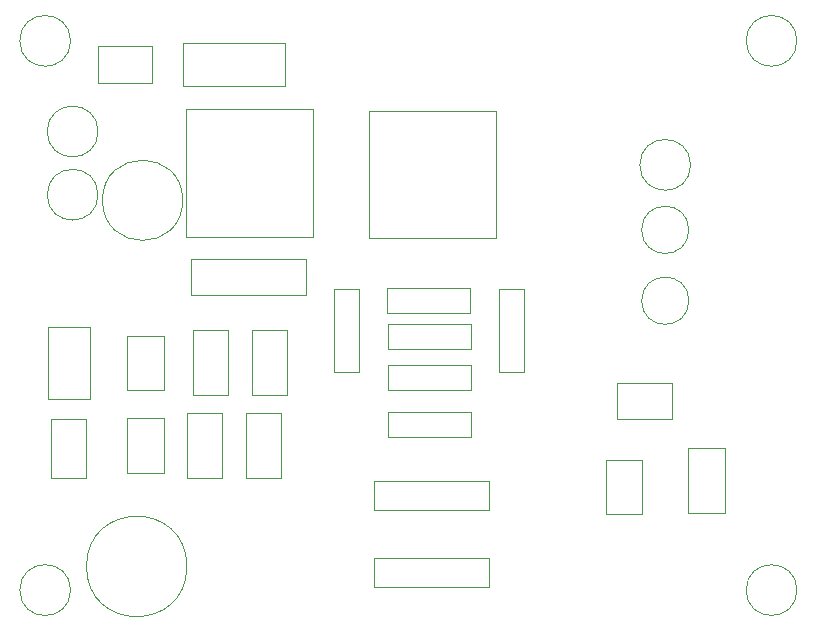
<source format=gbr>
%TF.GenerationSoftware,KiCad,Pcbnew,5.1.10*%
%TF.CreationDate,2021-07-22T01:23:26+02:00*%
%TF.ProjectId,9v-preamp,39762d70-7265-4616-9d70-2e6b69636164,rev?*%
%TF.SameCoordinates,Original*%
%TF.FileFunction,Other,User*%
%FSLAX46Y46*%
G04 Gerber Fmt 4.6, Leading zero omitted, Abs format (unit mm)*
G04 Created by KiCad (PCBNEW 5.1.10) date 2021-07-22 01:23:26*
%MOMM*%
%LPD*%
G01*
G04 APERTURE LIST*
%ADD10C,0.050000*%
G04 APERTURE END LIST*
D10*
%TO.C,J8*%
X47650000Y-89000000D02*
G75*
G03*
X47650000Y-89000000I-2150000J0D01*
G01*
%TO.C,J9*%
X109150000Y-89000000D02*
G75*
G03*
X109150000Y-89000000I-2150000J0D01*
G01*
%TO.C,J7*%
X109150000Y-135500000D02*
G75*
G03*
X109150000Y-135500000I-2150000J0D01*
G01*
%TO.C,J6*%
X47650000Y-135500000D02*
G75*
G03*
X47650000Y-135500000I-2150000J0D01*
G01*
%TO.C,R1*%
X67550000Y-107500000D02*
X57830000Y-107500000D01*
X67550000Y-110500000D02*
X67550000Y-107500000D01*
X57830000Y-110500000D02*
X67550000Y-110500000D01*
X57830000Y-107500000D02*
X57830000Y-110500000D01*
%TO.C,C7*%
X54550000Y-89450000D02*
X49950000Y-89450000D01*
X54550000Y-92550000D02*
X54550000Y-89450000D01*
X49950000Y-92550000D02*
X54550000Y-92550000D01*
X49950000Y-89450000D02*
X49950000Y-92550000D01*
%TO.C,BT1*%
X45700000Y-113200000D02*
X45700000Y-119350000D01*
X45700000Y-119350000D02*
X49300000Y-119350000D01*
X49300000Y-119350000D02*
X49300000Y-113200000D01*
X49300000Y-113200000D02*
X45700000Y-113200000D01*
%TO.C,C4*%
X55550000Y-118550000D02*
X55550000Y-113950000D01*
X52450000Y-118550000D02*
X55550000Y-118550000D01*
X52450000Y-113950000D02*
X52450000Y-118550000D01*
X55550000Y-113950000D02*
X52450000Y-113950000D01*
%TO.C,C2*%
X98550000Y-117950000D02*
X93950000Y-117950000D01*
X98550000Y-121050000D02*
X98550000Y-117950000D01*
X93950000Y-121050000D02*
X98550000Y-121050000D01*
X93950000Y-117950000D02*
X93950000Y-121050000D01*
%TO.C,C3*%
X92950000Y-129050000D02*
X96050000Y-129050000D01*
X96050000Y-129050000D02*
X96050000Y-124450000D01*
X96050000Y-124450000D02*
X92950000Y-124450000D01*
X92950000Y-124450000D02*
X92950000Y-129050000D01*
%TO.C,SW1*%
X49000000Y-121000000D02*
X46000000Y-121000000D01*
X46000000Y-121000000D02*
X46000000Y-126000000D01*
X46000000Y-126000000D02*
X49000000Y-126000000D01*
X49000000Y-126000000D02*
X49000000Y-121000000D01*
%TO.C,J2*%
X49975000Y-96675000D02*
G75*
G03*
X49975000Y-96675000I-2150000J0D01*
G01*
%TO.C,J1*%
X49975000Y-102025000D02*
G75*
G03*
X49975000Y-102025000I-2150000J0D01*
G01*
%TO.C,RV1*%
X57200000Y-92800000D02*
X65850000Y-92800000D01*
X65850000Y-92800000D02*
X65850000Y-89200000D01*
X65850000Y-89200000D02*
X57200000Y-89200000D01*
X57200000Y-89200000D02*
X57200000Y-92800000D01*
%TO.C,D1*%
X99900000Y-123500000D02*
X99900000Y-128950000D01*
X103100000Y-123500000D02*
X99900000Y-123500000D01*
X103100000Y-128950000D02*
X103100000Y-123500000D01*
X99900000Y-128950000D02*
X103100000Y-128950000D01*
%TO.C,C6*%
X55550000Y-120950000D02*
X52450000Y-120950000D01*
X52450000Y-120950000D02*
X52450000Y-125550000D01*
X52450000Y-125550000D02*
X55550000Y-125550000D01*
X55550000Y-125550000D02*
X55550000Y-120950000D01*
%TO.C,C1*%
X57150000Y-102500000D02*
G75*
G03*
X57150000Y-102500000I-3400000J0D01*
G01*
%TO.C,C5*%
X57500000Y-133500000D02*
G75*
G03*
X57500000Y-133500000I-4250000J0D01*
G01*
%TO.C,C8*%
X61000000Y-113500000D02*
X58000000Y-113500000D01*
X58000000Y-113500000D02*
X58000000Y-119000000D01*
X58000000Y-119000000D02*
X61000000Y-119000000D01*
X61000000Y-119000000D02*
X61000000Y-113500000D01*
%TO.C,C9*%
X60500000Y-126000000D02*
X60500000Y-120500000D01*
X57500000Y-126000000D02*
X60500000Y-126000000D01*
X57500000Y-120500000D02*
X57500000Y-126000000D01*
X60500000Y-120500000D02*
X57500000Y-120500000D01*
%TO.C,C10*%
X65500000Y-126000000D02*
X65500000Y-120500000D01*
X62500000Y-126000000D02*
X65500000Y-126000000D01*
X62500000Y-120500000D02*
X62500000Y-126000000D01*
X65500000Y-120500000D02*
X62500000Y-120500000D01*
%TO.C,C11*%
X66000000Y-113500000D02*
X63000000Y-113500000D01*
X63000000Y-113500000D02*
X63000000Y-119000000D01*
X63000000Y-119000000D02*
X66000000Y-119000000D01*
X66000000Y-119000000D02*
X66000000Y-113500000D01*
%TO.C,D2*%
X73330000Y-128750000D02*
X83050000Y-128750000D01*
X73330000Y-126250000D02*
X73330000Y-128750000D01*
X83050000Y-126250000D02*
X73330000Y-126250000D01*
X83050000Y-128750000D02*
X83050000Y-126250000D01*
%TO.C,D3*%
X73330000Y-132750000D02*
X73330000Y-135250000D01*
X73330000Y-135250000D02*
X83050000Y-135250000D01*
X83050000Y-135250000D02*
X83050000Y-132750000D01*
X83050000Y-132750000D02*
X73330000Y-132750000D01*
%TO.C,J3*%
X100000000Y-105000000D02*
G75*
G03*
X100000000Y-105000000I-2000000J0D01*
G01*
%TO.C,J4*%
X100000000Y-111000000D02*
G75*
G03*
X100000000Y-111000000I-2000000J0D01*
G01*
%TO.C,J5*%
X100150000Y-99500000D02*
G75*
G03*
X100150000Y-99500000I-2150000J0D01*
G01*
%TO.C,R2*%
X81530000Y-122550000D02*
X81530000Y-120450000D01*
X81530000Y-120450000D02*
X74550000Y-120450000D01*
X74550000Y-120450000D02*
X74550000Y-122550000D01*
X74550000Y-122550000D02*
X81530000Y-122550000D01*
%TO.C,R3*%
X81530000Y-112950000D02*
X74550000Y-112950000D01*
X81530000Y-115050000D02*
X81530000Y-112950000D01*
X74550000Y-115050000D02*
X81530000Y-115050000D01*
X74550000Y-112950000D02*
X74550000Y-115050000D01*
%TO.C,R4*%
X69950000Y-110050000D02*
X69950000Y-117030000D01*
X72050000Y-110050000D02*
X69950000Y-110050000D01*
X72050000Y-117030000D02*
X72050000Y-110050000D01*
X69950000Y-117030000D02*
X72050000Y-117030000D01*
%TO.C,R5*%
X81450000Y-112050000D02*
X81450000Y-109950000D01*
X81450000Y-109950000D02*
X74470000Y-109950000D01*
X74470000Y-109950000D02*
X74470000Y-112050000D01*
X74470000Y-112050000D02*
X81450000Y-112050000D01*
%TO.C,R6*%
X81530000Y-116450000D02*
X74550000Y-116450000D01*
X81530000Y-118550000D02*
X81530000Y-116450000D01*
X74550000Y-118550000D02*
X81530000Y-118550000D01*
X74550000Y-116450000D02*
X74550000Y-118550000D01*
%TO.C,R7*%
X83950000Y-117030000D02*
X86050000Y-117030000D01*
X86050000Y-117030000D02*
X86050000Y-110050000D01*
X86050000Y-110050000D02*
X83950000Y-110050000D01*
X83950000Y-110050000D02*
X83950000Y-117030000D01*
%TO.C,U2*%
X72950000Y-94900000D02*
X72950000Y-105700000D01*
X72950000Y-105700000D02*
X83650000Y-105700000D01*
X83650000Y-105700000D02*
X83650000Y-94900000D01*
X83650000Y-94900000D02*
X72950000Y-94900000D01*
%TO.C,U1*%
X57450000Y-94780000D02*
X57450000Y-105580000D01*
X57450000Y-105580000D02*
X68150000Y-105580000D01*
X68150000Y-105580000D02*
X68150000Y-94780000D01*
X68150000Y-94780000D02*
X57450000Y-94780000D01*
%TD*%
M02*

</source>
